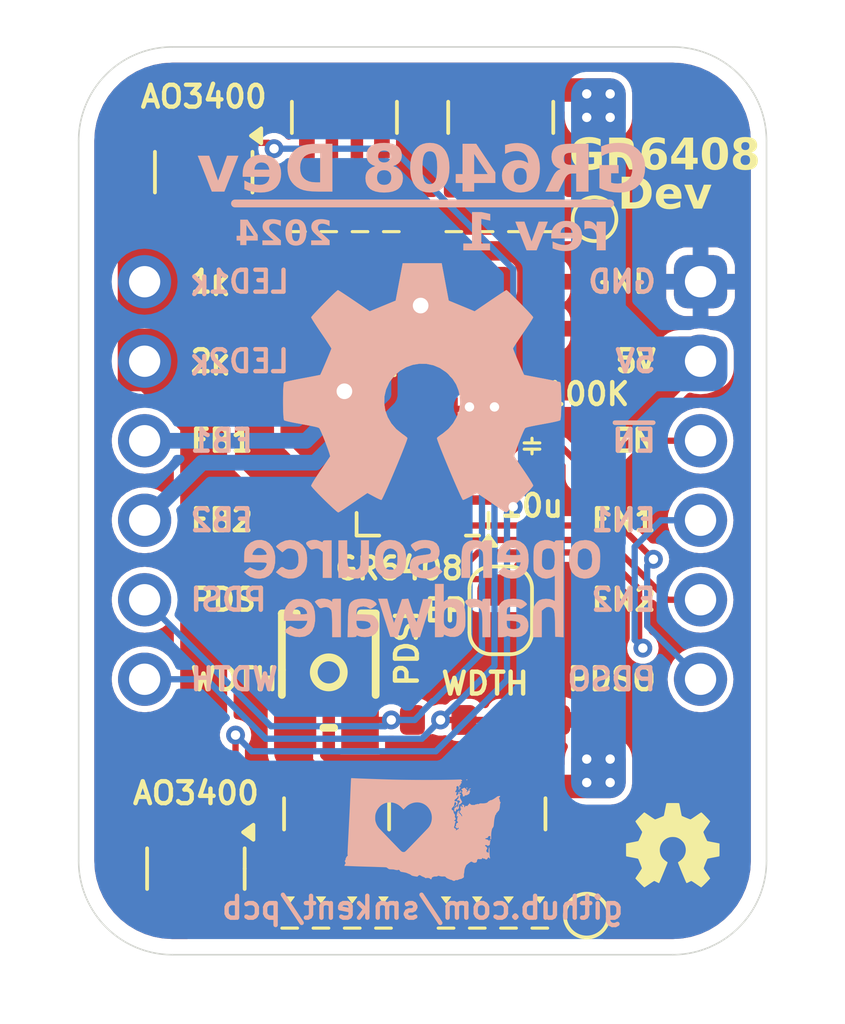
<source format=kicad_pcb>
(kicad_pcb (version 20240108) (generator "pcbnew") (generator_version "8.0")
  (layers (0 "F.Cu" signal) (31 "B.Cu" signal) (34 "B.Paste" user) (35 "F.Paste" user) (36 "B.SilkS" user "B.Silkscreen") (37 "F.SilkS" user "F.Silkscreen") (38 "B.Mask" user) (39 "F.Mask" user) (44 "Edge.Cuts" user))
  (net 0 "")
  (net 1 "+5V")
  (net 2 "GND")
  (net 3 "EN2")
  (net 4 "PDSO")
  (net 5 "EN1")
  (net 6 "ONBOARD_LED_EN")
  (net 7 "FB2")
  (net 8 "FB1")
  (net 9 "LED2_K")
  (net 10 "WIDTH")
  (net 11 "PDSI")
  (net 12 "LED1_K")
  (net 13 "Net-(JP1-B)")
  (net 14 "Net-(LED1-A)")
  (net 15 "Net-(LED2-A)")
  (net 16 "Net-(LED3-A)")
  (net 17 "Net-(LED4-A)")
  (net 18 "Net-(LED5-A)")
  (net 19 "Net-(LED6-A)")
  (net 20 "Net-(LED7-A)")
  (net 21 "Net-(LED8-A)")
  (net 22 "Net-(LED9-A)")
  (net 23 "Net-(LED10-A)")
  (net 24 "Net-(LED11-A)")
  (net 25 "Net-(LED12-A)")
  (net 26 "Net-(LED13-A)")
  (net 27 "Net-(LED14-A)")
  (net 28 "Net-(LED15-A)")
  (net 29 "Net-(LED16-A)")
  (net 30 "Net-(R1-Pad2)")
  (net 31 "Net-(R4-Pad2)")
  (net 38 "/LED1_K_PRE")
  (net 39 "/LED2_K_PRE")
  (footprint "discrete:R_0603_1608Metric" (layer "F.Cu") (at 125.25 65.25 -90)
    (property "Reference" "R7" (hide yes))
    (property "Value" "100K")
    (pad "1" smd roundrect (at -0.825 0 270) (size 0.8 0.95) (layers "F.Cu" "F.Paste" "F.Mask") (net 1 "+5V"))
    (pad "2" smd roundrect (at 0.825 0 270) (size 0.8 0.95) (layers "F.Cu" "F.Paste" "F.Mask") (net 6 "ONBOARD_LED_EN"))
  )
  (footprint "Resistor_SMD:R_Array_Convex_4x0603" (layer "F.Cu") (at 122.25 77 90)
    (property "Reference" "RN4" (hide yes))
    (property "Value" "1K")
    (pad "1" smd rect (at -0.9 -1.2 90) (size 0.8 0.5) (layers "F.Cu" "F.Paste" "F.Mask") (net 26 "Net-(LED13-A)"))
    (pad "2" smd rect (at -0.9 -0.4 90) (size 0.8 0.4) (layers "F.Cu" "F.Paste" "F.Mask") (net 27 "Net-(LED14-A)"))
    (pad "3" smd rect (at -0.9 0.4 90) (size 0.8 0.4) (layers "F.Cu" "F.Paste" "F.Mask") (net 28 "Net-(LED15-A)"))
    (pad "4" smd rect (at -0.9 1.2 90) (size 0.8 0.5) (layers "F.Cu" "F.Paste" "F.Mask") (net 29 "Net-(LED16-A)"))
    (pad "5" smd rect (at 0.9 1.2 90) (size 0.8 0.5) (layers "F.Cu" "F.Paste" "F.Mask") (net 1 "+5V"))
    (pad "6" smd rect (at 0.9 0.4 90) (size 0.8 0.4) (layers "F.Cu" "F.Paste" "F.Mask") (net 1 "+5V"))
    (pad "7" smd rect (at 0.9 -0.4 90) (size 0.8 0.4) (layers "F.Cu" "F.Paste" "F.Mask") (net 1 "+5V"))
    (pad "8" smd rect (at 0.9 -1.2 90) (size 0.8 0.5) (layers "F.Cu" "F.Paste" "F.Mask") (net 1 "+5V"))
  )
  (footprint "Resistor_SMD:R_Array_Convex_4x0603" (layer "F.Cu") (at 122.5 54.75 90)
    (property "Reference" "RN2" (hide yes))
    (property "Value" "1K")
    (pad "1" smd rect (at -0.9 -1.2 90) (size 0.8 0.5) (layers "F.Cu" "F.Paste" "F.Mask") (net 18 "Net-(LED5-A)"))
    (pad "2" smd rect (at -0.9 -0.4 90) (size 0.8 0.4) (layers "F.Cu" "F.Paste" "F.Mask") (net 19 "Net-(LED6-A)"))
    (pad "3" smd rect (at -0.9 0.4 90) (size 0.8 0.4) (layers "F.Cu" "F.Paste" "F.Mask") (net 20 "Net-(LED7-A)"))
    (pad "4" smd rect (at -0.9 1.2 90) (size 0.8 0.5) (layers "F.Cu" "F.Paste" "F.Mask") (net 21 "Net-(LED8-A)"))
    (pad "5" smd rect (at 0.9 1.2 90) (size 0.8 0.5) (layers "F.Cu" "F.Paste" "F.Mask") (net 1 "+5V"))
    (pad "6" smd rect (at 0.9 0.4 90) (size 0.8 0.4) (layers "F.Cu" "F.Paste" "F.Mask") (net 1 "+5V"))
    (pad "7" smd rect (at 0.9 -0.4 90) (size 0.8 0.4) (layers "F.Cu" "F.Paste" "F.Mask") (net 1 "+5V"))
    (pad "8" smd rect (at 0.9 -1.2 90) (size 0.8 0.5) (layers "F.Cu" "F.Paste" "F.Mask") (net 1 "+5V"))
  )
  (footprint "lcsc:RES-ADJ-SMD_VG039NCH" (layer "F.Cu") (at 117 72.5 -90)
    (property "Reference" "RV1" (hide yes))
    (property "Value" "500K")
    (pad "1" smd rect (at 1.65 1) (size 1.2 1.5) (layers "F.Cu" "F.Paste" "F.Mask") (net 1 "+5V"))
    (pad "2" smd rect (at -1.65 0) (size 1.6 1.6) (layers "F.Cu" "F.Paste" "F.Mask"))
    (pad "3" smd rect (at 1.65 -1) (size 1.2 1.5) (layers "F.Cu" "F.Paste" "F.Mask") (net 11 "PDSI"))
  )
  (footprint "discrete:R_0603_1608Metric" (layer "F.Cu") (at 116.75 60 180)
    (property "Reference" "R3" (hide yes))
    (property "Value" "1R")
    (pad "1" smd roundrect (at -0.825 0 180) (size 0.8 0.95) (layers "F.Cu" "F.Paste" "F.Mask") (net 30 "Net-(R1-Pad2)"))
    (pad "2" smd roundrect (at 0.825 0 180) (size 0.8 0.95) (layers "F.Cu" "F.Paste" "F.Mask") (net 2 "GND"))
  )
  (footprint "discrete:R_0603_1608Metric" (layer "F.Cu") (at 123.25 60)
    (property "Reference" "R6" (hide yes))
    (property "Value" "1R")
    (pad "1" smd roundrect (at -0.825 0) (size 0.8 0.95) (layers "F.Cu" "F.Paste" "F.Mask") (net 31 "Net-(R4-Pad2)"))
    (pad "2" smd roundrect (at 0.825 0) (size 0.8 0.95) (layers "F.Cu" "F.Paste" "F.Mask") (net 2 "GND"))
  )
  (footprint "discrete:LED_0402_1005Metric" (layer "F.Cu") (at 116 57.5 90)
    (property "Reference" "LED1" (hide yes))
    (property "Value" "LED_Small")
    (pad "1" smd roundrect (at -0.485 0 90) (size 0.59 0.64) (layers "F.Cu" "F.Paste" "F.Mask") (net 38 "/LED1_K_PRE"))
    (pad "2" smd roundrect (at 0.485 0 90) (size 0.59 0.64) (layers "F.Cu" "F.Paste" "F.Mask") (net 14 "Net-(LED1-A)"))
  )
  (footprint "Package_TO_SOT_SMD:SOT-23" (layer "F.Cu") (at 113 56.5 -90)
    (property "Reference" "Q1" (hide yes))
    (property "Value" "AO3400A")
    (pad "1" smd roundrect (at -0.9375 -0.95 270) (size 1.475 0.6) (layers "F.Cu" "F.Paste" "F.Mask") (net 6 "ONBOARD_LED_EN"))
    (pad "2" smd roundrect (at -0.9375 0.95 270) (size 1.475 0.6) (layers "F.Cu" "F.Paste" "F.Mask") (net 12 "LED1_K"))
    (pad "3" smd roundrect (at 0.9375 0 270) (size 1.475 0.6) (layers "F.Cu" "F.Paste" "F.Mask") (net 38 "/LED1_K_PRE"))
  )
  (footprint "discrete:LED_0402_1005Metric" (layer "F.Cu") (at 123.75 79.75 90)
    (property "Reference" "LED16" (hide yes))
    (property "Value" "LED_Small")
    (pad "1" smd roundrect (at -0.485 0 90) (size 0.59 0.64) (layers "F.Cu" "F.Paste" "F.Mask") (net 39 "/LED2_K_PRE"))
    (pad "2" smd roundrect (at 0.485 0 90) (size 0.59 0.64) (layers "F.Cu" "F.Paste" "F.Mask") (net 29 "Net-(LED16-A)"))
  )
  (footprint "TestPoint:TestPoint_Pad_D1.0mm" (layer "F.Cu") (at 125.5 58)
    (property "Reference" "TP1" (hide yes))
    (property "Value" "TestPoint")
    (pad "1" smd circle (at 0 0) (size 1 1) (layers "F.Cu" "F.Mask") (net 38 "/LED1_K_PRE"))
  )
  (footprint "discrete:LED_0402_1005Metric" (layer "F.Cu") (at 116.75 79.75 90)
    (property "Reference" "LED10" (hide yes))
    (property "Value" "LED_Small")
    (pad "1" smd roundrect (at -0.485 0 90) (size 0.59 0.64) (layers "F.Cu" "F.Paste" "F.Mask") (net 39 "/LED2_K_PRE"))
    (pad "2" smd roundrect (at 0.485 0 90) (size 0.59 0.64) (layers "F.Cu" "F.Paste" "F.Mask") (net 23 "Net-(LED10-A)"))
  )
  (footprint "discrete:R_0603_1608Metric" (layer "F.Cu") (at 123.5 74)
    (property "Reference" "R9" (hide yes))
    (property "Value" "510K")
    (pad "1" smd roundrect (at -0.825 0) (size 0.8 0.95) (layers "F.Cu" "F.Paste" "F.Mask") (net 10 "WIDTH"))
    (pad "2" smd roundrect (at 0.825 0) (size 0.8 0.95) (layers "F.Cu" "F.Paste" "F.Mask") (net 2 "GND"))
  )
  (footprint "discrete:LED_0402_1005Metric" (layer "F.Cu") (at 120.75 79.75 90)
    (property "Reference" "LED13" (hide yes))
    (property "Value" "LED_Small")
    (pad "1" smd roundrect (at -0.485 0 90) (size 0.59 0.64) (layers "F.Cu" "F.Paste" "F.Mask") (net 39 "/LED2_K_PRE"))
    (pad "2" smd roundrect (at 0.485 0 90) (size 0.59 0.64) (layers "F.Cu" "F.Paste" "F.Mask") (net 26 "Net-(LED13-A)"))
  )
  (footprint "discrete:LED_0402_1005Metric" (layer "F.Cu") (at 124 57.5 90)
    (property "Reference" "LED8" (hide yes))
    (property "Value" "LED_Small")
    (pad "1" smd roundrect (at -0.485 0 90) (size 0.59 0.64) (layers "F.Cu" "F.Paste" "F.Mask") (net 38 "/LED1_K_PRE"))
    (pad "2" smd roundrect (at 0.485 0 90) (size 0.59 0.64) (layers "F.Cu" "F.Paste" "F.Mask") (net 21 "Net-(LED8-A)"))
  )
  (footprint "discrete:R_0603_1608Metric" (layer "F.Cu") (at 116.75 61.5 180)
    (property "Reference" "R2" (hide yes))
    (property "Value" "1R")
    (pad "1" smd roundrect (at -0.825 0 180) (size 0.8 0.95) (layers "F.Cu" "F.Paste" "F.Mask") (net 30 "Net-(R1-Pad2)"))
    (pad "2" smd roundrect (at 0.825 0 180) (size 0.8 0.95) (layers "F.Cu" "F.Paste" "F.Mask") (net 2 "GND"))
  )
  (footprint "discrete:R_0603_1608Metric" (layer "F.Cu") (at 119 60.75 90)
    (property "Reference" "R1" (hide yes))
    (property "Value" "1R")
    (pad "1" smd roundrect (at -0.825 0 90) (size 0.8 0.95) (layers "F.Cu" "F.Paste" "F.Mask") (net 8 "FB1"))
    (pad "2" smd roundrect (at 0.825 0 90) (size 0.8 0.95) (layers "F.Cu" "F.Paste" "F.Mask") (net 30 "Net-(R1-Pad2)"))
  )
  (footprint "discrete:R_0603_1608Metric" (layer "F.Cu") (at 120.5 74)
    (property "Reference" "R8" (hide yes))
    (property "Value" "2M")
    (pad "1" smd roundrect (at -0.825 0) (size 0.8 0.95) (layers "F.Cu" "F.Paste" "F.Mask") (net 11 "PDSI"))
    (pad "2" smd roundrect (at 0.825 0) (size 0.8 0.95) (layers "F.Cu" "F.Paste" "F.Mask") (net 10 "WIDTH"))
  )
  (footprint "discrete:LED_0402_1005Metric" (layer "F.Cu") (at 118.75 79.75 90)
    (property "Reference" "LED12" (hide yes))
    (property "Value" "LED_Small")
    (pad "1" smd roundrect (at -0.485 0 90) (size 0.59 0.64) (layers "F.Cu" "F.Paste" "F.Mask") (net 39 "/LED2_K_PRE"))
    (pad "2" smd roundrect (at 0.485 0 90) (size 0.59 0.64) (layers "F.Cu" "F.Paste" "F.Mask") (net 25 "Net-(LED12-A)"))
  )
  (footprint "TestPoint:TestPoint_Pad_D1.0mm" (layer "F.Cu") (at 125.25 80.25)
    (property "Reference" "TP2" (hide yes))
    (property "Value" "TestPoint")
    (pad "1" smd circle (at 0 0) (size 1 1) (layers "F.Cu" "F.Mask") (net 39 "/LED2_K_PRE"))
  )
  (footprint "discrete:LED_0402_1005Metric" (layer "F.Cu") (at 117.75 79.75 90)
    (property "Reference" "LED11" (hide yes))
    (property "Value" "LED_Small")
    (pad "1" smd roundrect (at -0.485 0 90) (size 0.59 0.64) (layers "F.Cu" "F.Paste" "F.Mask") (net 39 "/LED2_K_PRE"))
    (pad "2" smd roundrect (at 0.485 0 90) (size 0.59 0.64) (layers "F.Cu" "F.Paste" "F.Mask") (net 24 "Net-(LED11-A)"))
  )
  (footprint "discrete:LED_0402_1005Metric" (layer "F.Cu") (at 121.75 79.75 90)
    (property "Reference" "LED14" (hide yes))
    (property "Value" "LED_Small")
    (pad "1" smd roundrect (at -0.485 0 90) (size 0.59 0.64) (layers "F.Cu" "F.Paste" "F.Mask") (net 39 "/LED2_K_PRE"))
    (pad "2" smd roundrect (at 0.485 0 90) (size 0.59 0.64) (layers "F.Cu" "F.Paste" "F.Mask") (net 27 "Net-(LED14-A)"))
  )
  (footprint "discrete:C_0603_1608Metric" (layer "F.Cu") (at 123.5 65.25 -90)
    (property "Reference" "C1" (hide yes))
    (property "Value" "10u")
    (pad "1" smd roundrect (at -0.775 0 270) (size 0.9 0.95) (layers "F.Cu" "F.Paste" "F.Mask") (net 1 "+5V"))
    (pad "2" smd roundrect (at 0.775 0 270) (size 0.9 0.95) (layers "F.Cu" "F.Paste" "F.Mask") (net 2 "GND"))
  )
  (footprint "discrete:LED_0402_1005Metric" (layer "F.Cu") (at 121 57.5 90)
    (property "Reference" "LED5" (hide yes))
    (property "Value" "LED_Small")
    (pad "1" smd roundrect (at -0.485 0 90) (size 0.59 0.64) (layers "F.Cu" "F.Paste" "F.Mask") (net 38 "/LED1_K_PRE"))
    (pad "2" smd roundrect (at 0.485 0 90) (size 0.59 0.64) (layers "F.Cu" "F.Paste" "F.Mask") (net 18 "Net-(LED5-A)"))
  )
  (footprint "discrete:R_0603_1608Metric" (layer "F.Cu") (at 123.25 61.5)
    (property "Reference" "R5" (hide yes))
    (property "Value" "1R")
    (pad "1" smd roundrect (at -0.825 0) (size 0.8 0.95) (layers "F.Cu" "F.Paste" "F.Mask") (net 31 "Net-(R4-Pad2)"))
    (pad "2" smd roundrect (at 0.825 0) (size 0.8 0.95) (layers "F.Cu" "F.Paste" "F.Mask") (net 2 "GND"))
  )
  (footprint "Package_TO_SOT_SMD:SOT-23" (layer "F.Cu") (at 112.75 78.75 -90)
    (property "Reference" "Q2" (hide yes))
    (property "Value" "AO3400A")
    (pad "1" smd roundrect (at -0.9375 -0.95 270) (size 1.475 0.6) (layers "F.Cu" "F.Paste" "F.Mask") (net 6 "ONBOARD_LED_EN"))
    (pad "2" smd roundrect (at -0.9375 0.95 270) (size 1.475 0.6) (layers "F.Cu" "F.Paste" "F.Mask") (net 9 "LED2_K"))
    (pad "3" smd roundrect (at 0.9375 0 270) (size 1.475 0.6) (layers "F.Cu" "F.Paste" "F.Mask") (net 39 "/LED2_K_PRE"))
  )
  (footprint "discrete:LED_0402_1005Metric" (layer "F.Cu") (at 122 57.5 90)
    (property "Reference" "LED6" (hide yes))
    (property "Value" "LED_Small")
    (pad "1" smd roundrect (at -0.485 0 90) (size 0.59 0.64) (layers "F.Cu" "F.Paste" "F.Mask") (net 38 "/LED1_K_PRE"))
    (pad "2" smd roundrect (at 0.485 0 90) (size 0.59 0.64) (layers "F.Cu" "F.Paste" "F.Mask") (net 19 "Net-(LED6-A)"))
  )
  (footprint "discrete:LED_0402_1005Metric" (layer "F.Cu") (at 118 57.5 90)
    (property "Reference" "LED3" (hide yes))
    (property "Value" "LED_Small")
    (pad "1" smd roundrect (at -0.485 0 90) (size 0.59 0.64) (layers "F.Cu" "F.Paste" "F.Mask") (net 38 "/LED1_K_PRE"))
    (pad "2" smd roundrect (at 0.485 0 90) (size 0.59 0.64) (layers "F.Cu" "F.Paste" "F.Mask") (net 16 "Net-(LED3-A)"))
  )
  (footprint "discrete:LED_0402_1005Metric" (layer "F.Cu") (at 122.75 79.75 90)
    (property "Reference" "LED15" (hide yes))
    (property "Value" "LED_Small")
    (pad "1" smd roundrect (at -0.485 0 90) (size 0.59 0.64) (layers "F.Cu" "F.Paste" "F.Mask") (net 39 "/LED2_K_PRE"))
    (pad "2" smd roundrect (at 0.485 0 90) (size 0.59 0.64) (layers "F.Cu" "F.Paste" "F.Mask") (net 28 "Net-(LED15-A)"))
  )
  (footprint "Jumper:SolderJumper-2_P1.3mm_Open_RoundedPad1.0x1.5mm" (layer "F.Cu") (at 122.5 70.5 90)
    (property "Reference" "JP1" (hide yes))
    (property "Value" "SolderJumper_2_Open")
    (pad "1" smd custom (at -0.65 0 90) (size 1 0.5) (layers "F.Cu" "F.Mask") (net 2 "GND") (options (clearance outline) (anchor rect)) (primitives (gr_circle (center 0 0.25) (end 0.5 0.25) (width 0) (fill yes)) (gr_circle (center 0 -0.25) (end 0.5 -0.25) (width 0) (fill yes)) (gr_poly (pts (xy 0.5 0.75) (xy 0 0.75) (xy 0 -0.75) (xy 0.5 -0.75)) (width 0) (fill yes))))
    (pad "2" smd custom (at 0.65 0 90) (size 1 0.5) (layers "F.Cu" "F.Mask") (net 13 "Net-(JP1-B)") (options (clearance outline) (anchor rect)) (primitives (gr_circle (center 0 0.25) (end 0.5 0.25) (width 0) (fill yes)) (gr_circle (center 0 -0.25) (end 0.5 -0.25) (width 0) (fill yes)) (gr_poly (pts (xy 0 0.75) (xy -0.5 0.75) (xy -0.5 -0.75) (xy 0 -0.75)) (width 0) (fill yes))))
  )
  (footprint "graphics:oshw-logo-3mm" (layer "F.Cu") (at 128 78)
    (property "Reference" "G***" (hide yes))
    (property "Value" "LOGO" (hide yes))
  )
  (footprint "discrete:LED_0402_1005Metric" (layer "F.Cu") (at 119 57.5 90)
    (property "Reference" "LED4" (hide yes))
    (property "Value" "LED_Small")
    (pad "1" smd roundrect (at -0.485 0 90) (size 0.59 0.64) (layers "F.Cu" "F.Paste" "F.Mask") (net 38 "/LED1_K_PRE"))
    (pad "2" smd roundrect (at 0.485 0 90) (size 0.59 0.64) (layers "F.Cu" "F.Paste" "F.Mask") (net 17 "Net-(LED4-A)"))
  )
  (footprint "discrete:R_0603_1608Metric" (layer "F.Cu") (at 121 60.75 90)
    (property "Reference" "R4" (hide yes))
    (property "Value" "1R")
    (pad "1" smd roundrect (at -0.825 0 90) (size 0.8 0.95) (layers "F.Cu" "F.Paste" "F.Mask") (net 7 "FB2"))
    (pad "2" smd roundrect (at 0.825 0 90) (size 0.8 0.95) (layers "F.Cu" "F.Paste" "F.Mask") (net 31 "Net-(R4-Pad2)"))
  )
  (footprint "discrete:LED_0402_1005Metric" (layer "F.Cu") (at 115.75 79.75 90)
    (property "Reference" "LED9" (hide yes))
    (property "Value" "LED_Small")
    (pad "1" smd roundrect (at -0.485 0 90) (size 0.59 0.64) (layers "F.Cu" "F.Paste" "F.Mask") (net 39 "/LED2_K_PRE"))
    (pad "2" smd roundrect (at 0.485 0 90) (size 0.59 0.64) (layers "F.Cu" "F.Paste" "F.Mask") (net 22 "Net-(LED9-A)"))
  )
  (footprint "Package_DFN_QFN:QFN-16-1EP_4x4mm_P0.65mm_EP2.5x2.5mm" (layer "F.Cu") (at 120 66 180)
    (property "Reference" "U1" (hide yes))
    (property "Value" "GR6408")
    (pad "1" smd roundrect (at -1.9375 -0.975 180) (size 0.825 0.3) (layers "F.Cu" "F.Paste" "F.Mask"))
    (pad "2" smd roundrect (at -1.9375 -0.325 180) (size 0.825 0.3) (layers "F.Cu" "F.Paste" "F.Mask"))
    (pad "3" smd roundrect (at -1.9375 0.325 180) (size 0.825 0.3) (layers "F.Cu" "F.Paste" "F.Mask"))
    (pad "4" smd roundrect (at -1.9375 0.975 180) (size 0.825 0.3) (layers "F.Cu" "F.Paste" "F.Mask") (net 1 "+5V"))
    (pad "5" smd roundrect (at -0.975 1.9375 180) (size 0.3 0.825) (layers "F.Cu" "F.Paste" "F.Mask") (net 11 "PDSI"))
    (pad "6" smd roundrect (at -0.325 1.9375 180) (size 0.3 0.825) (layers "F.Cu" "F.Paste" "F.Mask") (net 10 "WIDTH"))
    (pad "7" smd roundrect (at 0.325 1.9375 180) (size 0.3 0.825) (layers "F.Cu" "F.Paste" "F.Mask") (net 2 "GND"))
    (pad "8" smd roundrect (at 0.975 1.9375 180) (size 0.3 0.825) (layers "F.Cu" "F.Paste" "F.Mask") (net 7 "FB2"))
    (pad "9" smd roundrect (at 1.9375 0.975 180) (size 0.825 0.3) (layers "F.Cu" "F.Paste" "F.Mask") (net 8 "FB1"))
    (pad "10" smd roundrect (at 1.9375 0.325 180) (size 0.825 0.3) (layers "F.Cu" "F.Paste" "F.Mask"))
    (pad "11" smd roundrect (at 1.9375 -0.325 180) (size 0.825 0.3) (layers "F.Cu" "F.Paste" "F.Mask") (net 12 "LED1_K"))
    (pad "12" smd roundrect (at 1.9375 -0.975 180) (size 0.825 0.3) (layers "F.Cu" "F.Paste" "F.Mask") (net 9 "LED2_K"))
    (pad "13" smd roundrect (at 0.975 -1.9375 180) (size 0.3 0.825) (layers "F.Cu" "F.Paste" "F.Mask"))
    (pad "14" smd roundrect (at 0.325 -1.9375 180) (size 0.3 0.825) (layers "F.Cu" "F.Paste" "F.Mask") (net 5 "EN1"))
    (pad "15" smd roundrect (at -0.325 -1.9375 180) (size 0.3 0.825) (layers "F.Cu" "F.Paste" "F.Mask") (net 3 "EN2"))
    (pad "16" smd roundrect (at -0.975 -1.9375 180) (size 0.3 0.825) (layers "F.Cu" "F.Paste" "F.Mask") (net 4 "PDSO"))
    (pad "17" smd rect (at 0 0 180) (size 2.5 2.5) (property pad_prop_heatsink) (layers "F.Cu" "F.Mask") (net 13 "Net-(JP1-B)"))
  )
  (footprint "discrete:LED_0402_1005Metric" (layer "F.Cu") (at 123 57.5 90)
    (property "Reference" "LED7" (hide yes))
    (property "Value" "LED_Small")
    (pad "1" smd roundrect (at -0.485 0 90) (size 0.59 0.64) (layers "F.Cu" "F.Paste" "F.Mask") (net 38 "/LED1_K_PRE"))
    (pad "2" smd roundrect (at 0.485 0 90) (size 0.59 0.64) (layers "F.Cu" "F.Paste" "F.Mask") (net 20 "Net-(LED7-A)"))
  )
  (footprint "Resistor_SMD:R_Array_Convex_4x0603" (layer "F.Cu") (at 117.5 54.75 90)
    (property "Reference" "RN1" (hide yes))
    (property "Value" "1K")
    (pad "1" smd rect (at -0.9 -1.2 90) (size 0.8 0.5) (layers "F.Cu" "F.Paste" "F.Mask") (net 14 "Net-(LED1-A)"))
    (pad "2" smd rect (at -0.9 -0.4 90) (size 0.8 0.4) (layers "F.Cu" "F.Paste" "F.Mask") (net 15 "Net-(LED2-A)"))
    (pad "3" smd rect (at -0.9 0.4 90) (size 0.8 0.4) (layers "F.Cu" "F.Paste" "F.Mask") (net 16 "Net-(LED3-A)"))
    (pad "4" smd rect (at -0.9 1.2 90) (size 0.8 0.5) (layers "F.Cu" "F.Paste" "F.Mask") (net 17 "Net-(LED4-A)"))
    (pad "5" smd rect (at 0.9 1.2 90) (size 0.8 0.5) (layers "F.Cu" "F.Paste" "F.Mask") (net 1 "+5V"))
    (pad "6" smd rect (at 0.9 0.4 90) (size 0.8 0.4) (layers "F.Cu" "F.Paste" "F.Mask") (net 1 "+5V"))
    (pad "7" smd rect (at 0.9 -0.4 90) (size 0.8 0.4) (layers "F.Cu" "F.Paste" "F.Mask") (net 1 "+5V"))
    (pad "8" smd rect (at 0.9 -1.2 90) (size 0.8 0.5) (layers "F.Cu" "F.Paste" "F.Mask") (net 1 "+5V"))
  )
  (footprint "Resistor_SMD:R_Array_Convex_4x0603" (layer "F.Cu") (at 117.25 77 90)
    (property "Reference" "RN3" (hide yes))
    (property "Value" "1K")
    (pad "1" smd rect (at -0.9 -1.2 90) (size 0.8 0.5) (layers "F.Cu" "F.Paste" "F.Mask") (net 22 "Net-(LED9-A)"))
    (pad "2" smd rect (at -0.9 -0.4 90) (size 0.8 0.4) (layers "F.Cu" "F.Paste" "F.Mask") (net 23 "Net-(LED10-A)"))
    (pad "3" smd rect (at -0.9 0.4 90) (size 0.8 0.4) (layers "F.Cu" "F.Paste" "F.Mask") (net 24 "Net-(LED11-A)"))
    (pad "4" smd rect (at -0.9 1.2 90) (size 0.8 0.5) (layers "F.Cu" "F.Paste" "F.Mask") (net 25 "Net-(LED12-A)"))
    (pad "5" smd rect (at 0.9 1.2 90) (size 0.8 0.5) (layers "F.Cu" "F.Paste" "F.Mask") (net 1 "+5V"))
    (pad "6" smd rect (at 0.9 0.4 90) (size 0.8 0.4) (layers "F.Cu" "F.Paste" "F.Mask") (net 1 "+5V"))
    (pad "7" smd rect (at 0.9 -0.4 90) (size 0.8 0.4) (layers "F.Cu" "F.Paste" "F.Mask") (net 1 "+5V"))
    (pad "8" smd rect (at 0.9 -1.2 90) (size 0.8 0.5) (layers "F.Cu" "F.Paste" "F.Mask") (net 1 "+5V"))
  )
  (footprint "discrete:LED_0402_1005Metric" (layer "F.Cu") (at 117 57.5 90)
    (property "Reference" "LED2" (hide yes))
    (property "Value" "LED_Small")
    (pad "1" smd roundrect (at -0.485 0 90) (size 0.59 0.64) (layers "F.Cu" "F.Paste" "F.Mask") (net 38 "/LED1_K_PRE"))
    (pad "2" smd roundrect (at 0.485 0 90) (size 0.59 0.64) (layers "F.Cu" "F.Paste" "F.Mask") (net 15 "Net-(LED2-A)"))
  )
  (footprint "graphics:wa-state-heart-5mm" (layer "B.Cu") (at 120 77.5 180)
    (property "Reference" "G***" (hide yes))
    (property "Value" "LOGO" (hide yes))
  )
  (footprint "Symbol:OSHW-Logo_11.4x12mm_SilkScreen" (layer "B.Cu") (at 120 65.375 180)
    (property "Reference" "REF**" (hide yes))
    (property "Value" "OSHW-Logo_11.4x12mm_SilkScreen" (hide yes))
  )
  (footprint "custom:PinHeader_1x06_P2.54mm_Vertical_simple" (layer "B.Cu") (at 111.11 60 180)
    (property "Reference" "J2" (hide yes))
    (property "Value" "Pin headers")
    (pad "1" thru_hole oval (at 0 0 180) (size 1.7 1.7) (drill 1) (layers "*.Cu" "*.Mask") (net 12 "LED1_K"))
    (pad "2" thru_hole oval (at 0 -2.54 180) (size 1.7 1.7) (drill 1) (layers "*.Cu" "*.Mask") (net 9 "LED2_K"))
    (pad "3" thru_hole oval (at 0 -5.08 180) (size 1.7 1.7) (drill 1) (layers "*.Cu" "*.Mask") (net 8 "FB1"))
    (pad "4" thru_hole oval (at 0 -7.62 180) (size 1.7 1.7) (drill 1) (layers "*.Cu" "*.Mask") (net 7 "FB2"))
    (pad "5" thru_hole oval (at 0 -10.16 180) (size 1.7 1.7) (drill 1) (layers "*.Cu" "*.Mask") (net 11 "PDSI"))
    (pad "6" thru_hole oval (at 0 -12.7 180) (size 1.7 1.7) (drill 1) (layers "*.Cu" "*.Mask") (net 10 "WIDTH"))
  )
  (footprint "custom:PinHeader_1x06_P2.54mm_Vertical_simple_pad1gnd" (layer "B.Cu") (at 128.89 60 180)
    (property "Reference" "J1" (hide yes))
    (property "Value" "Pin headers")
    (pad "1" thru_hole roundrect (at 0 0 180) (size 1.7 1.7) (drill 1) (layers "*.Cu" "*.Mask") (net 2 "GND"))
    (pad "2" thru_hole oval (at 0 -2.54 180) (size 1.7 1.7) (drill 1) (layers "*.Cu" "*.Mask") (net 1 "+5V"))
    (pad "3" thru_hole oval (at 0 -5.08 180) (size 1.7 1.7) (drill 1) (layers "*.Cu" "*.Mask") (net 6 "ONBOARD_LED_EN"))
    (pad "4" thru_hole oval (at 0 -7.62 180) (size 1.7 1.7) (drill 1) (layers "*.Cu" "*.Mask") (net 5 "EN1"))
    (pad "5" thru_hole oval (at 0 -10.16 180) (size 1.7 1.7) (drill 1) (layers "*.Cu" "*.Mask") (net 3 "EN2"))
    (pad "6" thru_hole oval (at 0 -12.7 180) (size 1.7 1.7) (drill 1) (layers "*.Cu" "*.Mask") (net 4 "PDSO"))
  )
  (gr_line (start 126 57.5) (end 114 57.5) (stroke (width 0.25)) (layer "B.SilkS"))
  (gr_arc (start 128 52.5) (mid 130.12132 53.37868) (end 131 55.5) (stroke (width 0.05)) (layer "Edge.Cuts"))
  (gr_arc (start 131 78.5) (mid 130.12132 80.62132) (end 128 81.5) (stroke (width 0.05)) (layer "Edge.Cuts"))
  (gr_line (start 131 55.5) (end 131 78.5) (stroke (width 0.05)) (layer "Edge.Cuts"))
  (gr_line (start 128 81.5) (end 112 81.5) (stroke (width 0.05)) (layer "Edge.Cuts"))
  (gr_line (start 109 78.5) (end 109 55.5) (stroke (width 0.05)) (layer "Edge.Cuts"))
  (gr_arc (start 109 55.5) (mid 109.87868 53.37868) (end 112 52.5) (stroke (width 0.05)) (layer "Edge.Cuts"))
  (gr_line (start 112 52.5) (end 128 52.5) (stroke (width 0.05)) (layer "Edge.Cuts"))
  (gr_arc (start 112 81.5) (mid 109.87868 80.62132) (end 109 78.5) (stroke (width 0.05)) (layer "Edge.Cuts"))
  (gr_text "PDSO" (at 127.54 72.7 0) (layer "B.SilkS") (effects (font (size 0.7 0.7) (thickness 0.14) (bold yes)) (justify left mirror)))
  (gr_text "github.com/smkent/pcb" (at 120 80 0) (layer "B.SilkS") (effects (font (size 0.7 0.7) (thickness 0.14) (bold yes)) (justify mirror)))
  (gr_text "LED1_{K}" (at 112.5 60 0) (layer "B.SilkS") (effects (font (size 0.7 0.7) (thickness 0.14) (bold yes)) (justify right mirror)))
  (gr_text "FB2" (at 112.5 67.62 0) (layer "B.SilkS") (effects (font (size 0.7 0.7) (thickness 0.14) (bold yes)) (justify right mirror)))
  (gr_text "rev 1" (at 126 58.5 0) (layer "B.SilkS") (effects (font (size 1.2 1.2) (thickness 0.24) (bold yes)) (justify left mirror)))
  (gr_text "WDTH" (at 112.5 72.7 0) (layer "B.SilkS") (effects (font (size 0.7 0.7) (thickness 0.14) (bold yes)) (justify right mirror)))
  (gr_text "EN2" (at 127.54 70.16 0) (layer "B.SilkS") (effects (font (size 0.7 0.7) (thickness 0.14) (bold yes)) (justify left mirror)))
  (gr_text "GND" (at 127.54 60 0) (layer "B.SilkS") (effects (font (size 0.7 0.7) (thickness 0.14) (bold yes)) (justify left mirror)))
  (gr_text "~{EN}" (at 127.54 65.08 0) (layer "B.SilkS") (effects (font (size 0.7 0.7) (thickness 0.14) (bold yes)) (justify left mirror)))
  (gr_text "FB1" (at 112.5 65.08 0) (layer "B.SilkS") (effects (font (size 0.7 0.7) (thickness 0.14) (bold yes)) (justify right mirror)))
  (gr_text "EN1" (at 127.54 67.62 0) (layer "B.SilkS") (effects (font (size 0.7 0.7) (thickness 0.14) (bold yes)) (justify left mirror)))
  (gr_text "PDSI" (at 112.5 70.16 0) (layer "B.SilkS") (effects (font (size 0.7 0.7) (thickness 0.14) (bold yes)) (justify right mirror)))
  (gr_text "GR6408 Dev" (at 120 56.5 0) (layer "B.SilkS") (effects (font (size 1.5 1.5) (thickness 0.3) (bold yes)) (justify mirror)))
  (gr_text "2024" (at 114 58.5 0) (layer "B.SilkS") (effects (font (size 0.8 0.8) (thickness 0.24) (bold yes)) (justify right mirror)))
  (gr_text "LED2_{K}" (at 112.5 62.54 0) (layer "B.SilkS") (effects (font (size 0.7 0.7) (thickness 0.14) (bold yes)) (justify right mirror)))
  (gr_text "5V" (at 127.54 62.54 0) (layer "B.SilkS") (effects (font (size 0.7 0.7) (thickness 0.14) (bold yes)) (justify left mirror)))
  (gr_text "AO3400" (at 112.75 76.75 0) (layer "F.SilkS") (effects (font (size 0.7 0.7) (thickness 0.14) (bold yes)) (justify bottom)))
  (gr_text "FB1" (at 118.25 62.25 0) (layer "F.SilkS") (effects (font (size 0.7 0.7) (thickness 0.14) (bold yes)) (justify top)))
  (gr_text "2_{K}" (at 112.5 62.54 0) (layer "F.SilkS") (effects (font (size 0.7 0.7) (thickness 0.14) (bold yes)) (justify left)))
  (gr_text "PDSI" (at 119.5 73 90) (layer "F.SilkS") (effects (font (size 0.7 0.7) (thickness 0.14) (bold yes)) (justify left)))
  (gr_text "100K" (at 125.25 64 0) (layer "F.SilkS") (effects (font (size 0.7 0.7) (thickness 0.14) (bold yes)) (justify bottom)))
  (gr_text "FB2" (at 121.75 62.25 0) (layer "F.SilkS") (effects (font (size 0.7 0.7) (thickness 0.14) (bold yes)) (justify top)))
  (gr_text "EN1" (at 127.54 67.62 0) (layer "F.SilkS") (effects (font (size 0.7 0.7) (thickness 0.14) (bold yes)) (justify right)))
  (gr_text "PDSI" (at 112.5 70.16 0) (layer "F.SilkS") (effects (font (size 0.7 0.7) (thickness 0.14) (bold yes)) (justify left)))
  (gr_text "GR6408" (at 119.25 68.75 0) (layer "F.SilkS") (effects (font (size 0.7 0.7) (thickness 0.14) (bold yes)) (justify top)))
  (gr_text "1_{K}" (at 112.5 60 0) (layer "F.SilkS") (effects (font (size 0.7 0.7) (thickness 0.14) (bold yes)) (justify left)))
  (gr_text "5V" (at 127.54 62.54 0) (layer "F.SilkS") (effects (font (size 0.7 0.7) (thickness 0.14) (bold yes)) (justify right)))
  (gr_text "10u" (at 123.5 66.75 0) (layer "F.SilkS") (effects (font (size 0.7 0.7) (thickness 0.14) (bold yes)) (justify top)))
  (gr_text "FB1" (at 112.5 65.08 0) (layer "F.SilkS") (effects (font (size 0.7 0.7) (thickness 0.14) (bold yes)) (justify left)))
  (gr_text "WDTH" (at 112.5 72.7 0) (layer "F.SilkS") (effects (font (size 0.7 0.7) (thickness 0.14) (bold yes)) (justify left)))
  (gr_text "~{EN}" (at 127.54 65.08 0) (layer "F.SilkS") (effects (font (size 0.7 0.7) (thickness 0.14) (bold yes)) (justify right)))
  (gr_text "WDTH" (at 122 73.25 0) (layer "F.SilkS") (effects (font (size 0.7 0.7) (thickness 0.14) (bold yes)) (justify bottom)))
  (gr_text "PDSO" (at 127.54 72.7 0) (layer "F.SilkS") (effects (font (size 0.7 0.7) (thickness 0.14) (bold yes)) (justify right)))
  (gr_text "EN2" (at 127.54 70.16 0) (layer "F.SilkS") (effects (font (size 0.7 0.7) (thickness 0.14) (bold yes)) (justify right)))
  (gr_text "AO3400" (at 113 54.5 0) (layer "F.SilkS") (effects (font (size 0.7 0.7) (thickness 0.14) (bold yes)) (justify bottom)))
  (gr_text "FB2" (at 112.5 67.62 0) (layer "F.SilkS") (effects (font (size 0.7 0.7) (thickness 0.14) (bold yes)) (justify left)))
  (gr_text "GR6408" (at 127.75 56 0) (layer "F.SilkS") (effects (font (size 1 1) (thickness 0.25) (bold yes))))
  (gr_text "GND" (at 127.54 60 0) (layer "F.SilkS") (effects (font (size 0.7 0.7) (thickness 0.14) (bold yes)) (justify right)))
  (gr_text "EP" (at 121.5 70.5 0) (layer "F.SilkS") (effects (font (size 0.7 0.7) (thickness 0.14) (bold yes)) (justify right)))
  (gr_text "Dev" (at 127.75 57.25 0) (layer "F.SilkS") (effects (font (size 1 1) (thickness 0.25) (bold yes))))
  (via (at 125.25 54) (size 0.6) (drill 0.3) (layers "F.Cu" "B.Cu") (net 1))
  (via (at 126 54) (size 0.6) (drill 0.3) (layers "F.Cu" "B.Cu") (net 1))
  (via (at 126 75.25) (size 0.6) (drill 0.3) (layers "F.Cu" "B.Cu") (net 1))
  (via (at 126 76) (size 0.6) (drill 0.3) (layers "F.Cu" "B.Cu") (net 1))
  (via (at 125.25 75.25) (size 0.6) (drill 0.3) (layers "F.Cu" "B.Cu") (net 1))
  (via (at 125.25 54.75) (size 0.6) (drill 0.3) (layers "F.Cu" "B.Cu") (net 1))
  (via (at 125.25 76) (size 0.6) (drill 0.3) (layers "F.Cu" "B.Cu") (net 1))
  (via (at 126 54.75) (size 0.6) (drill 0.3) (layers "F.Cu" "B.Cu") (net 1))
  (segment (start 120.325 67.9375) (end 120.325 68.349999) (width 0.2) (layer "F.Cu") (net 3))
  (segment (start 125.91934 68.25) (end 127.82934 70.16) (width 0.2) (layer "F.Cu") (net 3))
  (segment (start 120.625001 68.65) (end 121.20741 68.65) (width 0.2) (layer "F.Cu") (net 3))
  (segment (start 127.82934 70.16) (end 128.89 70.16) (width 0.2) (layer "F.Cu") (net 3))
  (segment (start 120.325 68.349999) (end 120.625001 68.65) (width 0.2) (layer "F.Cu") (net 3))
  (segment (start 121.20741 68.65) (end 121.60741 68.25) (width 0.2) (layer "F.Cu") (net 3))
  (segment (start 121.60741 68.25) (end 125.91934 68.25) (width 0.2) (layer "F.Cu") (net 3))
  (segment (start 121.124999 67.787501) (end 126.305371 67.787501) (width 0.2) (layer "F.Cu") (net 4))
  (segment (start 126.305371 67.787501) (end 127.383935 68.866065) (width 0.2) (layer "F.Cu") (net 4))
  (segment (start 120.975 67.9375) (end 121.124999 67.787501) (width 0.2) (layer "F.Cu") (net 4))
  (via (at 127.383935 68.866065) (size 0.6) (drill 0.3) (layers "F.Cu" "B.Cu") (net 4))
  (segment (start 127.383935 68.866065) (end 127.183935 69.066065) (width 0.2) (layer "B.Cu") (net 4))
  (segment (start 127.183935 70.993935) (end 128.89 72.7) (width 0.2) (layer "B.Cu") (net 4))
  (segment (start 127.183935 69.066065) (end 127.183935 70.993935) (width 0.2) (layer "B.Cu") (net 4))
  (segment (start 120.375001 69.05) (end 121.373096 69.05) (width 0.2) (layer "F.Cu") (net 5))
  (segment (start 126.801827 69.698173) (end 126.926827 69.823173) (width 0.2) (layer "F.Cu") (net 5))
  (segment (start 119.675 67.9375) (end 119.675 68.349999) (width 0.2) (layer "F.Cu") (net 5))
  (segment (start 125.753654 68.65) (end 126.801827 69.698173) (width 0.2) (layer "F.Cu") (net 5))
  (segment (start 119.675 68.349999) (end 120.375001 69.05) (width 0.2) (layer "F.Cu") (net 5))
  (segment (start 121.773096 68.65) (end 125.753654 68.65) (width 0.2) (layer "F.Cu") (net 5))
  (segment (start 121.373096 69.05) (end 121.773096 68.65) (width 0.2) (layer "F.Cu") (net 5))
  (segment (start 126.926827 71.585357) (end 127.045735 71.704265) (width 0.2) (layer "F.Cu") (net 5))
  (segment (start 126.926827 69.823173) (end 126.926827 71.585357) (width 0.2) (layer "F.Cu") (net 5))
  (via (at 127.045735 71.704265) (size 0.6) (drill 0.3) (layers "F.Cu" "B.Cu") (net 5))
  (segment (start 126.783935 71.442465) (end 126.783935 68.466065) (width 0.2) (layer "B.Cu") (net 5))
  (segment (start 127.045735 71.704265) (end 126.783935 71.442465) (width 0.2) (layer "B.Cu") (net 5))
  (segment (start 126.783935 68.466065) (end 127.63 67.62) (width 0.2) (layer "B.Cu") (net 5))
  (segment (start 127.63 67.62) (end 128.89 67.62) (width 0.2) (layer "B.Cu") (net 5))
  (segment (start 114.017892 76.363358) (end 113.7 76.68125) (width 0.2) (layer "F.Cu") (net 6))
  (segment (start 122.725 67.012498) (end 122.725 65.576304) (width 0.2) (layer "F.Cu") (net 6))
  (segment (start 113.7 76.68125) (end 113.7 77.8125) (width 0.2) (layer "F.Cu") (net 6))
  (segment (start 126.67 65.08) (end 128.89 65.08) (width 0.2) (layer "F.Cu") (net 6))
  (segment (start 122.900003 67.187501) (end 122.725 67.012498) (width 0.2) (layer "F.Cu") (net 6))
  (segment (start 124.425 65.25) (end 125.25 66.075) (width 0.2) (layer "F.Cu") (net 6))
  (segment (start 122.725 65.576304) (end 123.051304 65.25) (width 0.2) (layer "F.Cu") (net 6))
  (segment (start 125.675 66.075) (end 126.67 65.08) (width 0.2) (layer "F.Cu") (net 6))
  (segment (start 114.017892 74.482108) (end 114.017892 76.363358) (width 0.2) (layer "F.Cu") (net 6))
  (segment (start 113.95 55.5625) (end 115.0625 55.5625) (width 0.2) (layer "F.Cu") (net 6))
  (segment (start 123.051304 65.25) (end 124.425 65.25) (width 0.2) (layer "F.Cu") (net 6))
  (segment (start 125.25 66.075) (end 125.675 66.075) (width 0.2) (layer "F.Cu") (net 6))
  (segment (start 115.0625 55.5625) (end 115.25 55.75) (width 0.2) (layer "F.Cu") (net 6))
  (via (at 122.900003 67.187501) (size 0.6) (drill 0.3) (layers "F.Cu" "B.Cu") (net 6))
  (via (at 114.017892 74.482108) (size 0.6) (drill 0.3) (layers "F.Cu" "B.Cu") (net 6))
  (via (at 115.25 55.75) (size 0.6) (drill 0.3) (layers "F.Cu" "B.Cu") (net 6))
  (segment (start 122.700003 72.723526) (end 120.423529 75) (width 0.2) (layer "B.Cu") (net 6))
  (segment (start 122.75 64.398532) (end 122.75 67.037498) (width 0.2) (layer "B.Cu") (net 6))
  (segment (start 122.900003 64.248529) (end 122.75 64.398532) (width 0.2) (layer "B.Cu") (net 6))
  (segment (start 122.75 67.037498) (end 122.900003 67.187501) (width 0.2) (layer "B.Cu") (net 6))
  (segment (start 119.050006 55.75) (end 122.900003 59.599997) (width 0.2) (layer "B.Cu") (net 6))
  (segment (start 114.535784 75) (end 114.017892 74.482108) (width 0.2) (layer "B.Cu") (net 6))
  (segment (start 122.900003 59.599997) (end 122.900003 64.248529) (width 0.2) (layer "B.Cu") (net 6))
  (segment (start 122.900003 67.187501) (end 122.700003 67.387501) (width 0.2) (layer "B.Cu") (net 6))
  (segment (start 120.423529 75) (end 114.535784 75) (width 0.2) (layer "B.Cu") (net 6))
  (segment (start 122.700003 67.387501) (end 122.700003 72.723526) (width 0.2) (layer "B.Cu") (net 6))
  (segment (start 115.25 55.75) (end 119.050006 55.75) (width 0.2) (layer "B.Cu") (net 6))
  (segment (start 119.025 62.725) (end 119.025 64.0625) (width 0.5) (layer "F.Cu") (net 7))
  (segment (start 119.54978 62.425) (end 119.325 62.425) (width 0.5) (layer "F.Cu") (net 7))
  (segment (start 119.325 62.425) (end 119.025 62.725) (width 0.5) (layer "F.Cu") (net 7))
  (segment (start 119.76222 60.937441) (end 119.925 61.10022) (width 0.5) (layer "F.Cu") (net 7))
  (segment (start 119.925 61.10022) (end 119.925 62.04978) (width 0.5) (layer "F.Cu") (net 7))
  (segment (start 120.752089 61.575) (end 121 61.575) (width 0.5) (layer "F.Cu") (net 7))
  (segment (start 119.938375 60.761286) (end 120.752089 61.575) (width 0.5) (layer "F.Cu") (net 7))
  (segment (start 119.925 62.04978) (end 119.54978 62.425) (width 0.5) (layer "F.Cu") (net 7))
  (segment (start 119.938375 60.761286) (end 119.76222 60.937441) (width 0.5) (layer "F.Cu") (net 7))
  (via (at 119.938375 60.761286) (size 1) (drill 0.5) (layers "F.Cu" "B.Cu") (net 7))
  (segment (start 112.95 65.78) (end 111.11 67.62) (width 0.5) (layer "B.Cu") (net 7))
  (segment (start 118.75 63.593503) (end 116.563503 65.78) (width 0.5) (layer "B.Cu") (net 7))
  (segment (start 116.563503 65.78) (end 112.95 65.78) (width 0.5) (layer "B.Cu") (net 7))
  (segment (start 119.938375 60.761286) (end 118.75 61.949661) (width 0.5) (layer "B.Cu") (net 7))
  (segment (start 118.75 61.949661) (end 118.75 63.593503) (width 0.5) (layer "B.Cu") (net 7))
  (segment (start 118.925 61.575) (end 117.5 63) (width 0.5) (layer "F.Cu") (net 8))
  (segment (start 117.5 64.4625) (end 118.0625 65.025) (width 0.5) (layer "F.Cu") (net 8))
  (segment (start 119 61.575) (end 118.925 61.575) (width 0.5) (layer "F.Cu") (net 8))
  (segment (start 117.5 63) (end 117.5 64.4625) (width 0.5) (layer "F.Cu") (net 8))
  (via (at 117.5 63.5) (size 1) (drill 0.5) (layers "F.Cu" "B.Cu") (net 8))
  (segment (start 117.5 63.5) (end 117.5 63.853553) (width 0.5) (layer "B.Cu") (net 8))
  (segment (start 117.5 63.853553) (end 116.273553 65.08) (width 0.5) (layer "B.Cu") (net 8))
  (segment (start 116.273553 65.08) (end 111.11 65.08) (width 0.5) (layer "B.Cu") (net 8))
  (segment (start 122.300003 63.900003) (end 122.300003 64) (width 0.2) (layer "F.Cu") (net 10))
  (segment (start 121.325 74) (end 122.675 74) (width 0.2) (layer "F.Cu") (net 10))
  (segment (start 120.74259 63.35) (end 121.75 63.35) (width 0.2) (layer "F.Cu") (net 10))
  (segment (start 121.75 63.35) (end 122.300003 63.900003) (width 0.2) (layer "F.Cu") (net 10))
  (segment (start 120.325 64.0625) (end 120.325 63.76759) (width 0.2) (layer "F.Cu") (net 10))
  (segment (start 120.575 74) (end 121.325 74) (width 0.2) (layer "F.Cu") (net 10))
  (segment (start 120.325 63.76759) (end 120.74259 63.35) (width 0.2) (layer "F.Cu") (net 10))
  (via (at 122.300003 64) (size 0.6) (drill 0.3) (layers "F.Cu" "B.Cu") (net 10))
  (via (at 120.575 74) (size 0.6) (drill 0.3) (layers "F.Cu" "B.Cu") (net 10))
  (segment (start 119.975 74.6) (end 114.984314 74.6) (width 0.2) (layer "B.Cu") (net 10))
  (segment (start 120.575 74) (end 119.975 74.6) (width 0.2) (layer "B.Cu") (net 10))
  (segment (start 122.300003 64) (end 122.300003 72.274997) (width 0.2) (layer "B.Cu") (net 10))
  (segment (start 113.084314 72.7) (end 111.11 72.7) (width 0.2) (layer "B.Cu") (net 10))
  (segment (start 114.984314 74.6) (end 113.084314 72.7) (width 0.2) (layer "B.Cu") (net 10))
  (segment (start 122.300003 72.274997) (end 120.575 74) (width 0.2) (layer "B.Cu") (net 10))
  (segment (start 118.15 74) (end 118 74.15) (width 0.2) (layer "F.Cu") (net 11))
  (segment (start 119.675 74) (end 119 74) (width 0.2) (layer "F.Cu") (net 11))
  (segment (start 119 74) (end 118.15 74) (width 0.2) (layer "F.Cu") (net 11))
  (segment (start 121.4375 64.0625) (end 121.5 64) (width 0.2) (layer "F.Cu") (net 11))
  (segment (start 120.975 64.0625) (end 121.4375 64.0625) (width 0.2) (layer "F.Cu") (net 11))
  (via (at 121.5 64) (size 0.6) (drill 0.3) (layers "F.Cu" "B.Cu") (net 11))
  (via (at 119 74) (size 0.6) (drill 0.3) (layers "F.Cu" "B.Cu") (net 11))
  (segment (start 121.5 64.282843) (end 121.900003 64.682846) (width 0.2) (layer "B.Cu") (net 11))
  (segment (start 119.75 74) (end 119 74) (width 0.2) (layer "B.Cu") (net 11))
  (segment (start 121.900003 71.849997) (end 120.35 73.4) (width 0.2) (layer "B.Cu") (net 11))
  (segment (start 119.975 73.751471) (end 119.975 73.775) (width 0.2) (layer "B.Cu") (net 11))
  (segment (start 120.326471 73.4) (end 119.975 73.751471) (width 0.2) (layer "B.Cu") (net 11))
  (segment (start 119 74) (end 118.8 74.2) (width 0.2) (layer "B.Cu") (net 11))
  (segment (start 121.5 64) (end 121.5 64.282843) (width 0.2) (layer "B.Cu") (net 11))
  (segment (start 120.35 73.4) (end 120.326471 73.4) (width 0.2) (layer "B.Cu") (net 11))
  (segment (start 121.900003 64.682846) (end 121.900003 71.849997) (width 0.2) (layer "B.Cu") (net 11))
  (segment (start 118.8 74.2) (end 115.15 74.2) (width 0.2) (layer "B.Cu") (net 11))
  (segment (start 119.975 73.775) (end 119.75 74) (width 0.2) (layer "B.Cu") (net 11))
  (segment (start 115.15 74.2) (end 111.11 70.16) (width 0.2) (layer "B.Cu") (net 11))
  (segment (start 118.79259 68.65) (end 118.575 68.43241) (width 0.2) (layer "F.Cu") (net 13))
  (segment (start 118.575 68.43241) (end 118.575 67.425) (width 0.2) (layer "F.Cu") (net 13))
  (segment (start 119.409316 68.65) (end 118.79259 68.65) (width 0.2) (layer "F.Cu") (net 13))
  (segment (start 122.5 69.85) (end 122.15 69.5) (width 0.2) (layer "F.Cu") (net 13))
  (segment (start 120.259316 69.5) (end 119.409316 68.65) (width 0.2) (layer "F.Cu") (net 13))
  (segment (start 122.15 69.5) (end 120.259316 69.5) (width 0.2) (layer "F.Cu") (net 13))
  (segment (start 118.575 67.425) (end 120 66) (width 0.2) (layer "F.Cu") (net 13))
  (segment (start 116.3 56.715) (end 116 57.015) (width 0.2) (layer "F.Cu") (net 14))
  (segment (start 116.3 55.65) (end 116.3 56.715) (width 0.2) (layer "F.Cu") (net 14))
  (segment (start 117.1 56.915) (end 117 57.015) (width 0.2) (layer "F.Cu") (net 15))
  (segment (start 117.1 55.65) (end 117.1 56.915) (width 0.2) (layer "F.Cu") (net 15))
  (segment (start 117.9 55.65) (end 117.9 56.915) (width 0.2) (layer "F.Cu") (net 16))
  (segment (start 117.9 56.915) (end 118 57.015) (width 0.2) (layer "F.Cu") (net 16))
  (segment (start 118.7 55.65) (end 118.7 56.715) (width 0.2) (layer "F.Cu") (net 17))
  (segment (start 118.7 56.715) (end 119 57.015) (width 0.2) (layer "F.Cu") (net 17))
  (segment (start 121.3 55.65) (end 121.3 56.715) (width 0.2) (layer "F.Cu") (net 18))
  (segment (start 121.3 56.715) (end 121 57.015) (width 0.2) (layer "F.Cu") (net 18))
  (segment (start 122.1 56.915) (end 122 57.015) (width 0.2) (layer "F.Cu") (net 19))
  (segment (start 122.1 55.65) (end 122.1 56.915) (width 0.2) (layer "F.Cu") (net 19))
  (segment (start 122.9 56.915) (end 123 57.015) (width 0.2) (layer "F.Cu") (net 20))
  (segment (start 122.9 55.65) (end 122.9 56.915) (width 0.2) (layer "F.Cu") (net 20))
  (segment (start 123.7 56.715) (end 124 57.015) (width 0.2) (layer "F.Cu") (net 21))
  (segment (start 123.7 55.65) (end 123.7 56.715) (width 0.2) (layer "F.Cu") (net 21))
  (segment (start 116.05 78.965) (end 115.75 79.265) (width 0.2) (layer "F.Cu") (net 22))
  (segment (start 116.05 77.9) (end 116.05 78.965) (width 0.2) (layer "F.Cu") (net 22))
  (segment (start 116.85 79.165) (end 116.75 79.265) (width 0.2) (layer "F.Cu") (net 23))
  (segment (start 116.85 77.9) (end 116.85 79.165) (width 0.2) (layer "F.Cu") (net 23))
  (segment (start 117.65 77.9) (end 117.65 79.165) (width 0.2) (layer "F.Cu") (net 24))
  (segment (start 117.65 79.165) (end 117.75 79.265) (width 0.2) (layer "F.Cu") (net 24))
  (segment (start 118.45 78.965) (end 118.75 79.265) (width 0.2) (layer "F.Cu") (net 25))
  (segment (start 118.45 77.9) (end 118.45 78.965) (width 0.2) (layer "F.Cu") (net 25))
  (segment (start 121.05 78.965) (end 120.75 79.265) (width 0.2) (layer "F.Cu") (net 26))
  (segment (start 121.05 77.9) (end 121.05 78.965) (width 0.2) (layer "F.Cu") (net 26))
  (segment (start 121.85 79.165) (end 121.75 79.265) (width 0.2) (layer "F.Cu") (net 27))
  (segment (start 121.85 77.9) (end 121.85 79.165) (width 0.2) (layer "F.Cu") (net 27))
  (segment (start 122.65 77.9) (end 122.65 79.165) (width 0.2) (layer "F.Cu") (net 28))
  (segment (start 122.65 79.165) (end 122.75 79.265) (width 0.2) (layer "F.Cu") (net 28))
  (segment (start 123.45 77.9) (end 123.45 78.965) (width 0.2) (layer "F.Cu") (net 29))
  (segment (start 123.45 78.965) (end 123.75 79.265) (width 0.2) (layer "F.Cu") (net 29))
  (segment (start 119 59.925) (end 117.65 59.925) (width 0.5) (layer "F.Cu") (net 30))
  (segment (start 117.65 59.925) (end 117.575 60) (width 0.5) (layer "F.Cu") (net 30))
  (segment (start 117.575 61.5) (end 117.575 60) (width 0.5) (layer "F.Cu") (net 30))
  (segment (start 122.35 59.925) (end 122.425 60) (width 0.5) (layer "F.Cu") (net 31))
  (segment (start 122.425 61.5) (end 122.425 60) (width 0.5) (layer "F.Cu") (net 31))
  (segment (start 121 59.925) (end 122.35 59.925) (width 0.5) (layer "F.Cu") (net 31))
  (zone (net 9) (net_name "LED2_K") (layer "F.Cu") (priority 1) (connect_pads yes (clearance 0)) (min_thickness 0.25) (fill yes (thermal_gap 0.25) (thermal_bridge_width 0.5) (smoothing fillet) (radius 0.5))
    (polygon (pts (xy 111 78.75) (xy 113.25 78.75) (xy 113.25 76.75) (xy 113.75 76.25) (xy 113.75 68.75) (xy 114.75 67.75) (xy 118.5 67.75) (xy 118.5 66.75) (xy 114.75 66.75) (xy 113.75 65.75) (xy 113.75 62.75) (xy 112.5 61.5) (xy 110.25 61.5) (xy 110.25 63.5) (xy 111 63.5) (xy 112.25 64.75) (xy 112.25 73.75) (xy 111 75)))
  )
  (zone (net 38) (net_name "/LED1_K_PRE") (layer "F.Cu") (priority 1) (connect_pads yes (clearance 0)) (min_thickness 0.25) (fill yes (thermal_gap 0.25) (thermal_bridge_width 0.5) (smoothing fillet) (radius 0.5))
    (polygon (pts (xy 112.75 56.75) (xy 114 56.75) (xy 114.75 57.5) (xy 126 57.5) (xy 126 58.5) (xy 112.75 58.5)))
  )
  (zone (net 12) (net_name "LED1_K") (layer "F.Cu") (priority 1) (connect_pads yes (clearance 0)) (min_thickness 0.25) (fill yes (thermal_gap 0.25) (thermal_bridge_width 0.5) (smoothing fillet) (radius 0.5))
    (polygon (pts (xy 110.25 61.25) (xy 112.5 61.25) (xy 114 62.75) (xy 114 65.75) (xy 114.75 66.5) (xy 118.5 66.5) (xy 118.5 65.75) (xy 116 65.75) (xy 115.25 65) (xy 115.25 61.25) (xy 112.5 58.5) (xy 112.5 54.75) (xy 110.25 54.75)))
  )
  (zone (net 1) (net_name "+5V") (layer "F.Cu") (priority 2) (connect_pads yes (clearance 0)) (min_thickness 0.25) (fill yes (thermal_gap 0.25) (thermal_bridge_width 0.5) (smoothing fillet) (radius 0.5))
    (polygon (pts (xy 115.75 75.75) (xy 115.25 75.25) (xy 115.25 73.25) (xy 116.5 73.25) (xy 116.5 75.25) (xy 117 75.75) (xy 124.75 75.75) (xy 124.75 74.75) (xy 126.5 74.75) (xy 126.5 76.5) (xy 115.75 76.5)))
  )
  (zone (net 1) (net_name "+5V") (layer "F.Cu") (priority 2) (connect_pads yes (clearance 0)) (min_thickness 0.25) (fill yes (thermal_gap 0.25) (thermal_bridge_width 0.5) (smoothing fillet) (radius 0.5))
    (polygon (pts (xy 121.5 65.25) (xy 121.5 64) (xy 125.75 64) (xy 128 61.75) (xy 129.75 61.75) (xy 129.75 63.25) (xy 128.5 63.25) (xy 126.5 65.25)))
  )
  (zone (net 39) (net_name "/LED2_K_PRE") (layer "F.Cu") (priority 1) (connect_pads yes (clearance 0)) (min_thickness 0.25) (fill yes (thermal_gap 0.25) (thermal_bridge_width 0.5) (smoothing fillet) (radius 0.5))
    (polygon (pts (xy 112.5 79) (xy 113.75 79) (xy 114.5 79.75) (xy 125.75 79.75) (xy 125.75 80.75) (xy 112.5 80.75)))
  )
  (zone (net 2) (net_name "GND") (layer "F.Cu") (priority 1) (connect_pads yes (clearance 0)) (min_thickness 0.25) (fill yes (thermal_gap 0.25) (thermal_bridge_width 0.5) (smoothing fillet) (radius 0.5))
    (polygon (pts (xy 119.25 64.5) (xy 120.25 64.5) (xy 120.25 62.5) (xy 119.25 62.5)))
  )
  (zone (net 1) (net_name "+5V") (layer "F.Cu") (priority 2) (connect_pads yes (clearance 0)) (min_thickness 0.25) (fill yes (thermal_gap 0.25) (thermal_bridge_width 0.5) (smoothing fillet) (radius 0.5))
    (polygon (pts (xy 116 53.5) (xy 126.5 53.5) (xy 126.5 55.25) (xy 124.75 55.25) (xy 124.75 54.25) (xy 116 54.25)))
  )
  (zone (net 2) (net_name "GND") (layers "F&B.Cu") (connect_pads (clearance 0)) (min_thickness 0.25) (fill yes (thermal_gap 0.25) (thermal_bridge_width 0.5))
    (polygon (pts (xy 108 51) (xy 132 51) (xy 132 83) (xy 108 83)))
  )
  (zone (net 1) (net_name "+5V") (layer "B.Cu") (priority 2) (connect_pads yes (clearance 0)) (min_thickness 0.25) (fill yes (thermal_gap 0.25) (thermal_bridge_width 0.5) (smoothing fillet) (radius 0.5))
    (polygon (pts (xy 126.5 76.5) (xy 126.5 64.5) (xy 127.5 63.5) (xy 129.75 63.5) (xy 129.75 61.75) (xy 127.5 61.75) (xy 126.5 60.75) (xy 126.5 53.5) (xy 124.75 53.5) (xy 124.75 76.5)))
  )
)
</source>
